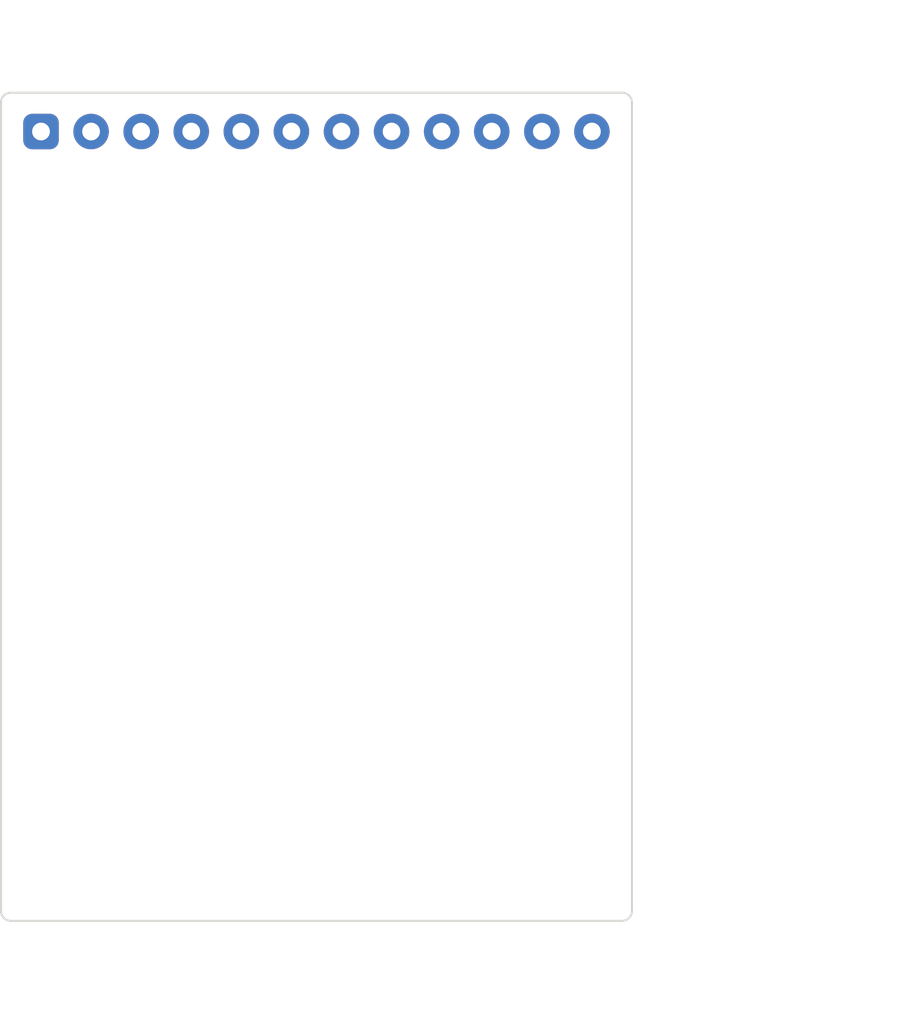
<source format=kicad_pcb>
(kicad_pcb (version 20211014) (generator pcbnew)
  (layers (0 "F.Cu" signal) (31 "B.Cu" signal) (34 "B.Paste" user) (35 "F.Paste" user) (36 "B.SilkS" user "B.Silkscreen") (37 "F.SilkS" user "F.Silkscreen") (38 "B.Mask" user) (39 "F.Mask" user) (44 "Edge.Cuts" user))
  (net 0 "")
  (footprint "MountingHole:MountingHole_3.5mm" (layer "F.Cu") (at 143.5 107.5)
    (fp_text reference "REF**" hide)
    (fp_text value "MountingHole_3.5mm" hide)
    (pad "" np_thru_hole circle (at 0 0) (size 3.5 3.5) (drill 3.5) (layers *.Cu *.Mask))
  )
  (footprint "Connector_PinHeader_2.54mm:PinHeader_1x12_P2.54mm_Vertical" (layer "F.Cu") (at 117.02998 78.47001 90)
    (fp_text reference "REF**" hide)
    (fp_text value "PinHeader_1x12_P2.54mm_Vertical" hide)
    (pad "1" thru_hole roundrect (at 0 0 90) (size 1.8 1.8) (drill 0.9) (layers *.Cu *.Mask))
    (pad "2" thru_hole circle (at 0 2.54 90) (size 1.8 1.8) (drill 0.9) (layers *.Cu *.Mask))
    (pad "3" thru_hole circle (at 0 5.08 90) (size 1.8 1.8) (drill 0.9) (layers *.Cu *.Mask))
    (pad "4" thru_hole circle (at 0 7.62 90) (size 1.8 1.8) (drill 0.9) (layers *.Cu *.Mask))
    (pad "5" thru_hole circle (at 0 10.16 90) (size 1.8 1.8) (drill 0.9) (layers *.Cu *.Mask))
    (pad "6" thru_hole circle (at 0 12.7 90) (size 1.8 1.8) (drill 0.9) (layers *.Cu *.Mask))
    (pad "7" thru_hole circle (at 0 15.24 90) (size 1.8 1.8) (drill 0.9) (layers *.Cu *.Mask))
    (pad "8" thru_hole circle (at 0 17.78 90) (size 1.8 1.8) (drill 0.9) (layers *.Cu *.Mask))
    (pad "9" thru_hole circle (at 0 20.32 90) (size 1.8 1.8) (drill 0.9) (layers *.Cu *.Mask))
    (pad "10" thru_hole circle (at 0 22.86 90) (size 1.8 1.8) (drill 0.9) (layers *.Cu *.Mask))
    (pad "11" thru_hole circle (at 0 25.4 90) (size 1.8 1.8) (drill 0.9) (layers *.Cu *.Mask))
    (pad "12" thru_hole circle (at 0 27.94 90) (size 1.8 1.8) (drill 0.9) (layers *.Cu *.Mask))
  )
  (gr_arc (start 115.5 118.5) (mid 115.146447 118.353553) (end 115 118) (layer "Edge.Cuts") (width 0.1))
  (gr_arc (start 147 118) (mid 146.853553 118.353553) (end 146.5 118.5) (layer "Edge.Cuts") (width 0.1))
  (gr_line (start 147 77) (end 147 118) (layer "Edge.Cuts") (width 0.1))
  (gr_line (start 115.5 76.5) (end 146.5 76.5) (layer "Edge.Cuts") (width 0.1))
  (gr_line (start 146.5 118.5) (end 115.5 118.5) (layer "Edge.Cuts") (width 0.1))
  (gr_arc (start 115 77) (mid 115.146447 76.646447) (end 115.5 76.5) (layer "Edge.Cuts") (width 0.1))
  (gr_arc (start 146.5 76.5) (mid 146.853553 76.646447) (end 147 77) (layer "Edge.Cuts") (width 0.1))
  (gr_line (start 115 118) (end 115 77) (layer "Edge.Cuts") (width 0.1))
)
</source>
